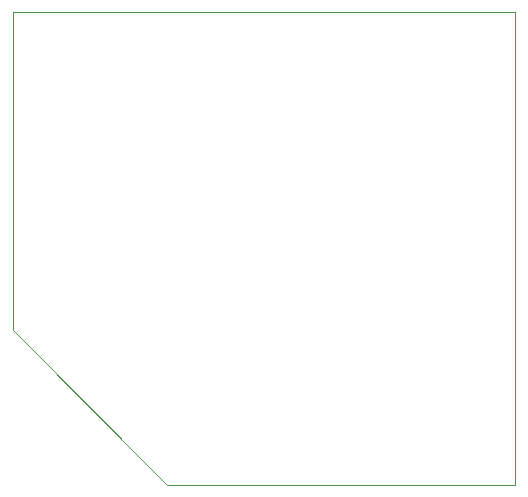
<source format=gm1>
G04 #@! TF.GenerationSoftware,KiCad,Pcbnew,(5.1.6)-1*
G04 #@! TF.CreationDate,2024-01-16T16:31:11-05:00*
G04 #@! TF.ProjectId,amiga-500-usb-kb-rp2040,616d6967-612d-4353-9030-2d7573622d6b,rev?*
G04 #@! TF.SameCoordinates,Original*
G04 #@! TF.FileFunction,Profile,NP*
%FSLAX46Y46*%
G04 Gerber Fmt 4.6, Leading zero omitted, Abs format (unit mm)*
G04 Created by KiCad (PCBNEW (5.1.6)-1) date 2024-01-16 16:31:11*
%MOMM*%
%LPD*%
G01*
G04 APERTURE LIST*
G04 #@! TA.AperFunction,Profile*
%ADD10C,0.050000*%
G04 #@! TD*
G04 APERTURE END LIST*
D10*
X141668500Y-102806500D02*
X128587500Y-89725500D01*
X171132500Y-62801500D02*
X171132500Y-102806500D01*
X171132500Y-62801500D02*
X128587500Y-62801500D01*
X141668500Y-102806500D02*
X171132500Y-102806500D01*
X128587500Y-62801500D02*
X128587500Y-89725500D01*
M02*

</source>
